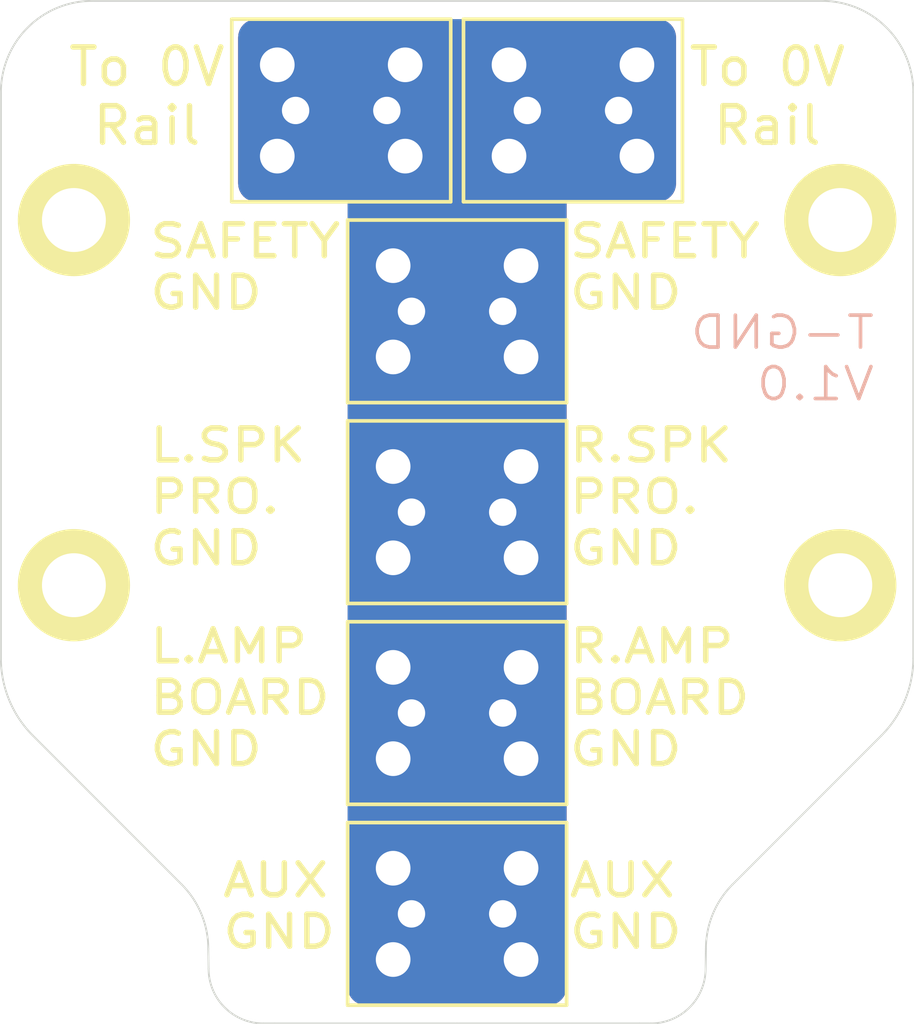
<source format=kicad_pcb>
(kicad_pcb (version 20221018) (generator pcbnew)
  (layers (0 "F.Cu" signal) (31 "B.Cu" signal) (34 "B.Paste" user) (35 "F.Paste" user) (36 "B.SilkS" user "B.Silkscreen") (37 "F.SilkS" user "F.Silkscreen") (38 "B.Mask" user) (39 "F.Mask" user) (44 "Edge.Cuts" user))
  (net 0 "")
  (net 1 "GND")
  (footprint "CustomKicadFootprint:KEYSTONE_8191" (layer "F.Cu") (at 148.65 60 -90)
    (fp_text reference "J1" hide)
    (fp_text value "36-8191-ND" hide)
    (fp_line (start -5 -6) (end -5 6) (stroke (width 0.2)) (layer "F.SilkS"))
    (fp_line (start -5 6) (end 5 6) (stroke (width 0.2)) (layer "F.SilkS"))
    (fp_line (start 5 -6) (end -5 -6) (stroke (width 0.2)) (layer "F.SilkS"))
    (fp_line (start 5 6) (end 5 -6) (stroke (width 0.2)) (layer "F.SilkS"))
    (pad "1" thru_hole circle (at -2.5 -3.505 270) (size 3.2 3.2) (drill 1.9) (layers "*.Cu" "*.Mask") (net 1 "GND"))
    (pad "1" thru_hole circle (at -2.5 3.505 270) (size 3.2 3.2) (drill 1.9) (layers "*.Cu" "*.Mask") (net 1 "GND"))
    (pad "1" thru_hole circle (at 0 -2.5 270) (size 3.2 3.2) (drill 1.5) (layers "*.Cu" "*.Mask") (net 1 "GND"))
    (pad "1" thru_hole circle (at 0 2.5 270) (size 3.2 3.2) (drill 1.5) (layers "*.Cu" "*.Mask") (net 1 "GND"))
    (pad "1" thru_hole circle (at 2.5 -3.505 270) (size 3.2 3.2) (drill 1.9) (layers "*.Cu" "*.Mask") (net 1 "GND"))
    (pad "1" thru_hole circle (at 2.5 3.505 270) (size 3.2 3.2) (drill 1.9) (layers "*.Cu" "*.Mask") (net 1 "GND"))
  )
  (footprint "CustomKicadFootprint:KEYSTONE_8191" (layer "F.Cu") (at 155 93 -90)
    (fp_text reference "J5" hide)
    (fp_text value "36-8191-ND" hide)
    (fp_line (start -5 -6) (end -5 6) (stroke (width 0.2)) (layer "F.SilkS"))
    (fp_line (start -5 6) (end 5 6) (stroke (width 0.2)) (layer "F.SilkS"))
    (fp_line (start 5 -6) (end -5 -6) (stroke (width 0.2)) (layer "F.SilkS"))
    (fp_line (start 5 6) (end 5 -6) (stroke (width 0.2)) (layer "F.SilkS"))
    (pad "1" thru_hole circle (at -2.5 -3.505 270) (size 3.2 3.2) (drill 1.9) (layers "*.Cu" "*.Mask") (net 1 "GND"))
    (pad "1" thru_hole circle (at -2.5 3.505 270) (size 3.2 3.2) (drill 1.9) (layers "*.Cu" "*.Mask") (net 1 "GND"))
    (pad "1" thru_hole circle (at 0 -2.5 270) (size 3.2 3.2) (drill 1.5) (layers "*.Cu" "*.Mask") (net 1 "GND"))
    (pad "1" thru_hole circle (at 0 2.5 270) (size 3.2 3.2) (drill 1.5) (layers "*.Cu" "*.Mask") (net 1 "GND"))
    (pad "1" thru_hole circle (at 2.5 -3.505 270) (size 3.2 3.2) (drill 1.9) (layers "*.Cu" "*.Mask") (net 1 "GND"))
    (pad "1" thru_hole circle (at 2.5 3.505 270) (size 3.2 3.2) (drill 1.9) (layers "*.Cu" "*.Mask") (net 1 "GND"))
  )
  (footprint "CustomKicadFootprint:KEYSTONE_8191" (layer "F.Cu") (at 155 71 -90)
    (fp_text reference "J3" hide)
    (fp_text value "36-8191-ND" hide)
    (fp_line (start -5 -6) (end -5 6) (stroke (width 0.2)) (layer "F.SilkS"))
    (fp_line (start -5 6) (end 5 6) (stroke (width 0.2)) (layer "F.SilkS"))
    (fp_line (start 5 -6) (end -5 -6) (stroke (width 0.2)) (layer "F.SilkS"))
    (fp_line (start 5 6) (end 5 -6) (stroke (width 0.2)) (layer "F.SilkS"))
    (pad "1" thru_hole circle (at -2.5 -3.505 270) (size 3.2 3.2) (drill 1.9) (layers "*.Cu" "*.Mask") (net 1 "GND"))
    (pad "1" thru_hole circle (at -2.5 3.505 270) (size 3.2 3.2) (drill 1.9) (layers "*.Cu" "*.Mask") (net 1 "GND"))
    (pad "1" thru_hole circle (at 0 -2.5 270) (size 3.2 3.2) (drill 1.5) (layers "*.Cu" "*.Mask") (net 1 "GND"))
    (pad "1" thru_hole circle (at 0 2.5 270) (size 3.2 3.2) (drill 1.5) (layers "*.Cu" "*.Mask") (net 1 "GND"))
    (pad "1" thru_hole circle (at 2.5 -3.505 270) (size 3.2 3.2) (drill 1.9) (layers "*.Cu" "*.Mask") (net 1 "GND"))
    (pad "1" thru_hole circle (at 2.5 3.505 270) (size 3.2 3.2) (drill 1.9) (layers "*.Cu" "*.Mask") (net 1 "GND"))
  )
  (footprint "CustomKicadFootprint:KEYSTONE_8191" (layer "F.Cu") (at 155 82 -90)
    (fp_text reference "J4" hide)
    (fp_text value "36-8191-ND" hide)
    (fp_line (start -5 -6) (end -5 6) (stroke (width 0.2)) (layer "F.SilkS"))
    (fp_line (start -5 6) (end 5 6) (stroke (width 0.2)) (layer "F.SilkS"))
    (fp_line (start 5 -6) (end -5 -6) (stroke (width 0.2)) (layer "F.SilkS"))
    (fp_line (start 5 6) (end 5 -6) (stroke (width 0.2)) (layer "F.SilkS"))
    (pad "1" thru_hole circle (at -2.5 -3.505 270) (size 3.2 3.2) (drill 1.9) (layers "*.Cu" "*.Mask") (net 1 "GND"))
    (pad "1" thru_hole circle (at -2.5 3.505 270) (size 3.2 3.2) (drill 1.9) (layers "*.Cu" "*.Mask") (net 1 "GND"))
    (pad "1" thru_hole circle (at 0 -2.5 270) (size 3.2 3.2) (drill 1.5) (layers "*.Cu" "*.Mask") (net 1 "GND"))
    (pad "1" thru_hole circle (at 0 2.5 270) (size 3.2 3.2) (drill 1.5) (layers "*.Cu" "*.Mask") (net 1 "GND"))
    (pad "1" thru_hole circle (at 2.5 -3.505 270) (size 3.2 3.2) (drill 1.9) (layers "*.Cu" "*.Mask") (net 1 "GND"))
    (pad "1" thru_hole circle (at 2.5 3.505 270) (size 3.2 3.2) (drill 1.9) (layers "*.Cu" "*.Mask") (net 1 "GND"))
  )
  (footprint "CustomKicadFootprint:KEYSTONE_8191" (layer "F.Cu") (at 155 104 -90)
    (fp_text reference "J6" hide)
    (fp_text value "36-8191-ND" hide)
    (fp_line (start -5 -6) (end -5 6) (stroke (width 0.2)) (layer "F.SilkS"))
    (fp_line (start -5 6) (end 5 6) (stroke (width 0.2)) (layer "F.SilkS"))
    (fp_line (start 5 -6) (end -5 -6) (stroke (width 0.2)) (layer "F.SilkS"))
    (fp_line (start 5 6) (end 5 -6) (stroke (width 0.2)) (layer "F.SilkS"))
    (pad "1" thru_hole circle (at -2.5 -3.505 270) (size 3.2 3.2) (drill 1.9) (layers "*.Cu" "*.Mask") (net 1 "GND"))
    (pad "1" thru_hole circle (at -2.5 3.505 270) (size 3.2 3.2) (drill 1.9) (layers "*.Cu" "*.Mask") (net 1 "GND"))
    (pad "1" thru_hole circle (at 0 -2.5 270) (size 3.2 3.2) (drill 1.5) (layers "*.Cu" "*.Mask") (net 1 "GND"))
    (pad "1" thru_hole circle (at 0 2.5 270) (size 3.2 3.2) (drill 1.5) (layers "*.Cu" "*.Mask") (net 1 "GND"))
    (pad "1" thru_hole circle (at 2.5 -3.505 270) (size 3.2 3.2) (drill 1.9) (layers "*.Cu" "*.Mask") (net 1 "GND"))
    (pad "1" thru_hole circle (at 2.5 3.505 270) (size 3.2 3.2) (drill 1.9) (layers "*.Cu" "*.Mask") (net 1 "GND"))
  )
  (footprint "CustomKicadFootprint:KEYSTONE_8191" (layer "F.Cu") (at 161.35 60 -90)
    (fp_text reference "J2" hide)
    (fp_text value "36-8191-ND" hide)
    (fp_line (start -5 -6) (end -5 6) (stroke (width 0.2)) (layer "F.SilkS"))
    (fp_line (start -5 6) (end 5 6) (stroke (width 0.2)) (layer "F.SilkS"))
    (fp_line (start 5 -6) (end -5 -6) (stroke (width 0.2)) (layer "F.SilkS"))
    (fp_line (start 5 6) (end 5 -6) (stroke (width 0.2)) (layer "F.SilkS"))
    (pad "1" thru_hole circle (at -2.5 -3.505 270) (size 3.2 3.2) (drill 1.9) (layers "*.Cu" "*.Mask") (net 1 "GND"))
    (pad "1" thru_hole circle (at -2.5 3.505 270) (size 3.2 3.2) (drill 1.9) (layers "*.Cu" "*.Mask") (net 1 "GND"))
    (pad "1" thru_hole circle (at 0 -2.5 270) (size 3.2 3.2) (drill 1.5) (layers "*.Cu" "*.Mask") (net 1 "GND"))
    (pad "1" thru_hole circle (at 0 2.5 270) (size 3.2 3.2) (drill 1.5) (layers "*.Cu" "*.Mask") (net 1 "GND"))
    (pad "1" thru_hole circle (at 2.5 -3.505 270) (size 3.2 3.2) (drill 1.9) (layers "*.Cu" "*.Mask") (net 1 "GND"))
    (pad "1" thru_hole circle (at 2.5 3.505 270) (size 3.2 3.2) (drill 1.9) (layers "*.Cu" "*.Mask") (net 1 "GND"))
  )
  (gr_circle (center 176 66) (end 179 66) (stroke (width 0.15)) (fill solid) (layer "F.SilkS"))
  (gr_circle (center 134 66) (end 137 66) (stroke (width 0.15)) (fill solid) (layer "F.SilkS"))
  (gr_circle (center 176 86) (end 179 86) (stroke (width 0.15)) (fill solid) (layer "F.SilkS"))
  (gr_circle (center 134 86) (end 137 86) (stroke (width 0.15)) (fill solid) (layer "F.SilkS"))
  (gr_line (start 168.619398 107) (end 168.635262 105.913417) (stroke (width 0.1)) (layer "Edge.Cuts"))
  (gr_arc (start 168.635262 105.913417) (mid 169.014657 104.006071) (end 170.095082 102.389101) (stroke (width 0.1)) (layer "Edge.Cuts"))
  (gr_line (start 145 110) (end 144.380602 110) (stroke (width 0.1)) (layer "Edge.Cuts"))
  (gr_line (start 165.619398 110) (end 165 110) (stroke (width 0.1)) (layer "Edge.Cuts"))
  (gr_arc (start 175 54) (mid 178.535534 55.464466) (end 180 59) (stroke (width 0.1)) (layer "Edge.Cuts"))
  (gr_line (start 180 59) (end 180 90) (stroke (width 0.1)) (layer "Edge.Cuts"))
  (gr_line (start 131.757359 94.242641) (end 139.904918 102.3902) (stroke (width 0.1)) (layer "Edge.Cuts"))
  (gr_line (start 141.364738 105.913417) (end 141.380602 107) (stroke (width 0.1)) (layer "Edge.Cuts"))
  (gr_arc (start 139.904918 102.389101) (mid 140.985343 104.006071) (end 141.364738 105.913417) (stroke (width 0.1)) (layer "Edge.Cuts"))
  (gr_line (start 135 54) (end 175 54) (stroke (width 0.1)) (layer "Edge.Cuts"))
  (gr_arc (start 168.619398 107) (mid 167.740718 109.12132) (end 165.619398 110) (stroke (width 0.1)) (layer "Edge.Cuts"))
  (gr_arc (start 144.380602 110) (mid 142.259282 109.12132) (end 141.380602 107) (stroke (width 0.1)) (layer "Edge.Cuts"))
  (gr_line (start 130 90) (end 130 59) (stroke (width 0.1)) (layer "Edge.Cuts"))
  (gr_arc (start 131.757359 94.242641) (mid 130.456722 92.296101) (end 130 90) (stroke (width 0.1)) (layer "Edge.Cuts"))
  (gr_line (start 165 110) (end 155 110) (stroke (width 0.1)) (layer "Edge.Cuts"))
  (gr_line (start 170.095082 102.3902) (end 178.242641 94.242641) (stroke (width 0.1)) (layer "Edge.Cuts"))
  (gr_line (start 155 110) (end 145 110) (stroke (width 0.1)) (layer "Edge.Cuts"))
  (gr_arc (start 130 59) (mid 131.464466 55.464466) (end 135 54) (stroke (width 0.1)) (layer "Edge.Cuts"))
  (gr_arc (start 180 90) (mid 179.543278 92.296101) (end 178.242641 94.242641) (stroke (width 0.1)) (layer "Edge.Cuts"))
  (gr_text "T-GND \nV1.0" (at 178 76) (layer "B.SilkS") (effects (font (size 1.75 2) (thickness 0.2)) (justify left bottom mirror)))
  (gr_text "L.SPK\nPRO.\nGND" (at 138 85) (layer "F.SilkS") (effects (font (size 1.75 2) (thickness 0.3)) (justify left bottom)))
  (gr_text "SAFETY\nGND" (at 161 71) (layer "F.SilkS") (effects (font (size 1.75 2) (thickness 0.3)) (justify left bottom)))
  (gr_text "L.AMP\nBOARD\nGND" (at 138 96) (layer "F.SilkS") (effects (font (size 1.75 2) (thickness 0.3)) (justify left bottom)))
  (gr_text "AUX\nGND" (at 161 106) (layer "F.SilkS") (effects (font (size 1.75 2) (thickness 0.3)) (justify left bottom)))
  (gr_text "To 0V\nRail" (at 172 62) (layer "F.SilkS") (effects (font (size 2 2) (thickness 0.3)) (justify bottom)))
  (gr_text "SAFETY\nGND" (at 138 71) (layer "F.SilkS") (effects (font (size 1.75 2) (thickness 0.3)) (justify left bottom)))
  (gr_text "R.AMP\nBOARD\nGND" (at 161 96) (layer "F.SilkS") (effects (font (size 1.75 2) (thickness 0.3)) (justify left bottom)))
  (gr_text "To 0V\nRail" (at 138 62) (layer "F.SilkS") (effects (font (size 2 2) (thickness 0.3)) (justify bottom)))
  (gr_text "AUX\nGND" (at 142 106) (layer "F.SilkS") (effects (font (size 1.75 2) (thickness 0.3)) (justify left bottom)))
  (gr_text "R.SPK\nPRO.\nGND" (at 161 85) (layer "F.SilkS") (effects (font (size 1.75 2) (thickness 0.3)) (justify left bottom)))
  (via (at 134 86) (size 5) (drill 3.5) (layers "F.Cu" "B.Cu") (net 0))
  (via (at 176 86) (size 5) (drill 3.5) (layers "F.Cu" "B.Cu") (net 0))
  (via (at 176 66) (size 5) (drill 3.5) (layers "F.Cu" "B.Cu") (net 0))
  (via (at 134 66) (size 5) (drill 3.5) (layers "F.Cu" "B.Cu") (net 0))
  (zone (net 1) (net_name "GND") (layers "F&B.Cu") (connect_pads yes (clearance 0.5)) (min_thickness 0.25) (fill yes (thermal_gap 0.5) (thermal_bridge_width 0.5) (smoothing fillet) (radius 1))
    (polygon (pts (xy 143 55) (xy 143 65) (xy 149 65) (xy 149 109) (xy 161 109) (xy 161 65) (xy 167 65) (xy 167 55)))
  )
)
</source>
